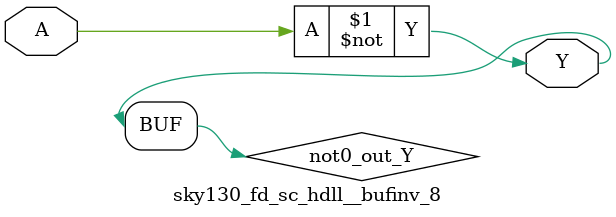
<source format=v>
/*
 * Copyright 2020 The SkyWater PDK Authors
 *
 * Licensed under the Apache License, Version 2.0 (the "License");
 * you may not use this file except in compliance with the License.
 * You may obtain a copy of the License at
 *
 *     https://www.apache.org/licenses/LICENSE-2.0
 *
 * Unless required by applicable law or agreed to in writing, software
 * distributed under the License is distributed on an "AS IS" BASIS,
 * WITHOUT WARRANTIES OR CONDITIONS OF ANY KIND, either express or implied.
 * See the License for the specific language governing permissions and
 * limitations under the License.
 *
 * SPDX-License-Identifier: Apache-2.0
*/


`ifndef SKY130_FD_SC_HDLL__BUFINV_8_FUNCTIONAL_V
`define SKY130_FD_SC_HDLL__BUFINV_8_FUNCTIONAL_V

/**
 * bufinv: Buffer followed by inverter.
 *
 * Verilog simulation functional model.
 */

`timescale 1ns / 1ps
`default_nettype none

`celldefine
module sky130_fd_sc_hdll__bufinv_8 (
    Y,
    A
);

    // Module ports
    output Y;
    input  A;

    // Local signals
    wire not0_out_Y;

    //  Name  Output      Other arguments
    not not0 (not0_out_Y, A              );
    buf buf0 (Y         , not0_out_Y     );

endmodule
`endcelldefine

`default_nettype wire
`endif  // SKY130_FD_SC_HDLL__BUFINV_8_FUNCTIONAL_V

</source>
